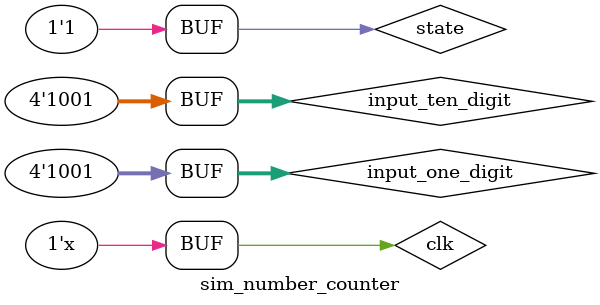
<source format=v>
`timescale 1ns / 1ps
/*
module sim_number_counter(

);
    reg [3:0] input_ten_digit;
    reg [3:0] input_one_digit;
    reg decrease_one;
    reg read_in;
    reg stop_and_hold;
    wire [3:0] output_ten_digit;
    wire [3:0] output_one_digit;
    wire alert;

    initial begin
        decrease_one    = 0;
        input_ten_digit = 9;
        input_one_digit = 9;
        read_in         = 1;
        stop_and_hold   = 0;
        #4 read_in      = 0;
        #30 stop_and_hold = 1;
        #35 stop_and_hold = 0;
        #36 read_in     = 1;
        #37 read_in     = 0;
        
    end

    always #1 decrease_one = ~decrease_one;
    decimal_counter u1(
        input_ten_digit, 
        input_one_digit, 
        decrease_one,
        read_in,
        stop_and_hold,
        alert,
        output_ten_digit,
        output_one_digit
    );
endmodule

*/

module sim_number_counter(

);
    reg [3:0]   input_ten_digit;
    reg [3:0]   input_one_digit;
    reg         clk;
    reg         state;
    wire        alert;
    wire[3:0]   output_ten_digit;
    wire[3:0]   output_one_digit;
    //wire[25:0]  output_count_second;

    initial begin
        clk             = 0;
        input_ten_digit = 9;
        input_one_digit = 9;
        state           = 0;
    #2  state           = 1;
    #40 state           = 0;
    #42 state           = 1;
    end

    always #1 clk = ~clk;
    decimal_counter u1(
        input_ten_digit,
        input_one_digit,
        clk,
        state,
        alert,
        output_ten_digit,
        output_one_digit
    //   ,output_count_second
    );

endmodule


</source>
